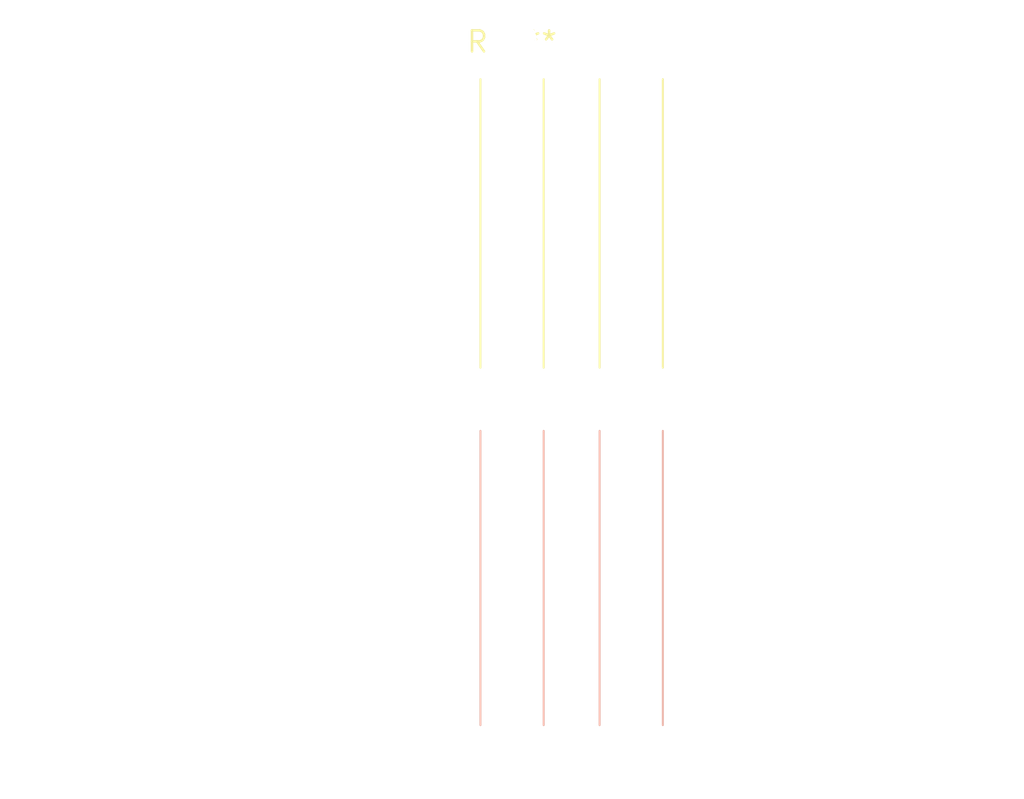
<source format=kicad_pcb>
(kicad_pcb (version 20240108) (generator pcbnew)
  (layers (0 "F.Cu" signal) (31 "B.Cu" signal) (34 "B.Paste" user) (35 "F.Paste" user) (36 "B.SilkS" user "B.Silkscreen") (37 "F.SilkS" user "F.Silkscreen") (38 "B.Mask" user) (39 "F.Mask" user) (44 "Edge.Cuts" user))
  (net 0 "")
  (footprint "SolderWire-2.5sqmm_1x02_P7.2mm_D2.4mm_OD3.6mm_Relief2x" (layer "F.Cu") (at 0 0)
    (property "Reference" "REF**")
    (property "Value" "SolderWire-2.5sqmm_1x02_P7.2mm_D2.4mm_OD3.6mm_Relief2x")
    (fp_line (start -1.91 23.51) (end -1.91 41.29) (layer "B.SilkS") (stroke (width 0.12)))
    (fp_line (start 1.91 23.51) (end 1.91 41.29) (layer "B.SilkS") (stroke (width 0.12)))
    (fp_line (start 5.29 23.51) (end 5.29 41.29) (layer "B.SilkS") (stroke (width 0.12)))
    (fp_line (start 9.11 23.51) (end 9.11 41.29) (layer "B.SilkS") (stroke (width 0.12)))
    (fp_line (start -1.91 2.26) (end -1.91 19.69) (layer "F.SilkS") (stroke (width 0.12)))
    (fp_line (start 1.91 2.26) (end 1.91 19.69) (layer "F.SilkS") (stroke (width 0.12)))
    (fp_line (start 5.29 2.26) (end 5.29 19.69) (layer "F.SilkS") (stroke (width 0.12)))
    (fp_line (start 9.11 2.26) (end 9.11 19.69) (layer "F.SilkS") (stroke (width 0.12)))
    (pad "" np_thru_hole circle (at 0 21.6) (size 4.1 4.1) (drill 4.1) (layers *.Cu *.Mask))
    (pad "" np_thru_hole circle (at 0 43.2) (size 4.1 4.1) (drill 4.1) (layers *.Cu *.Mask))
    (pad "" np_thru_hole circle (at 7.2 21.6) (size 4.1 4.1) (drill 4.1) (layers *.Cu *.Mask))
    (pad "" np_thru_hole circle (at 7.2 43.2) (size 4.1 4.1) (drill 4.1) (layers *.Cu *.Mask))
    (pad "1" thru_hole roundrect (at 0 0) (size 4 4) (drill 3) (layers *.Cu *.Mask) (remove_unused_layers) (roundrect_rratio 0.0625))
    (pad "2" thru_hole circle (at 7.2 0) (size 4 4) (drill 3) (layers *.Cu *.Mask) (remove_unused_layers))
  )
)
</source>
